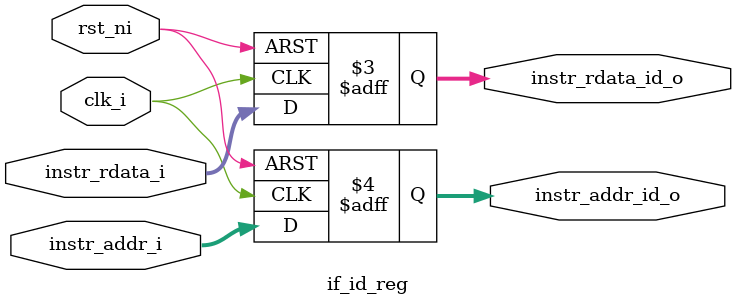
<source format=sv>
/***************************************
#
#			Filename:if_id_reg.sv
#
#			Developer:ske
#			Description:---
#			CreatTime:2021-09-25 17:18:35
#
***************************************/

`default_nettype none


module if_id_reg(
	input  logic clk_i,
	input  logic rst_ni,
    //input from instr ram
	input  logic [31:0]instr_rdata_i,
    //input from prefetch_reg
	input  logic [31:0]instr_addr_i,
    //output to ID
	output logic [31:0]instr_rdata_id_o,
	output logic [31:0]instr_addr_id_o
);

	always @(posedge clk_i or negedge rst_ni)begin
	    if(!rst_ni)begin
            instr_rdata_id_o <= 32'h0;
            instr_addr_id_o  <= 32'h0;
        end else begin
            instr_rdata_id_o <= instr_rdata_i;
            instr_addr_id_o  <= instr_addr_i;
        end
    end

endmodule	

</source>
